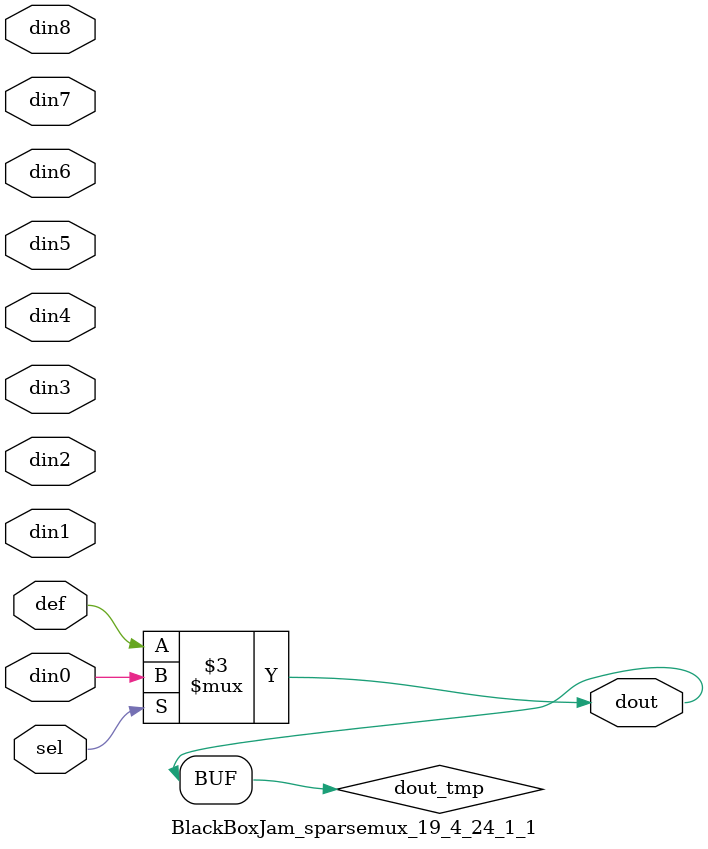
<source format=v>
`timescale 1ns / 1ps

module BlackBoxJam_sparsemux_19_4_24_1_1 (din0,din1,din2,din3,din4,din5,din6,din7,din8,def,sel,dout);

parameter din0_WIDTH = 1;

parameter din1_WIDTH = 1;

parameter din2_WIDTH = 1;

parameter din3_WIDTH = 1;

parameter din4_WIDTH = 1;

parameter din5_WIDTH = 1;

parameter din6_WIDTH = 1;

parameter din7_WIDTH = 1;

parameter din8_WIDTH = 1;

parameter def_WIDTH = 1;
parameter sel_WIDTH = 1;
parameter dout_WIDTH = 1;

parameter [sel_WIDTH-1:0] CASE0 = 1;

parameter [sel_WIDTH-1:0] CASE1 = 1;

parameter [sel_WIDTH-1:0] CASE2 = 1;

parameter [sel_WIDTH-1:0] CASE3 = 1;

parameter [sel_WIDTH-1:0] CASE4 = 1;

parameter [sel_WIDTH-1:0] CASE5 = 1;

parameter [sel_WIDTH-1:0] CASE6 = 1;

parameter [sel_WIDTH-1:0] CASE7 = 1;

parameter [sel_WIDTH-1:0] CASE8 = 1;

parameter ID = 1;
parameter NUM_STAGE = 1;



input [din0_WIDTH-1:0] din0;

input [din1_WIDTH-1:0] din1;

input [din2_WIDTH-1:0] din2;

input [din3_WIDTH-1:0] din3;

input [din4_WIDTH-1:0] din4;

input [din5_WIDTH-1:0] din5;

input [din6_WIDTH-1:0] din6;

input [din7_WIDTH-1:0] din7;

input [din8_WIDTH-1:0] din8;

input [def_WIDTH-1:0] def;
input [sel_WIDTH-1:0] sel;

output [dout_WIDTH-1:0] dout;



reg [dout_WIDTH-1:0] dout_tmp;

always @ (*) begin
case (sel)
    
    CASE0 : dout_tmp = din0;
    
    CASE1 : dout_tmp = din1;
    
    CASE2 : dout_tmp = din2;
    
    CASE3 : dout_tmp = din3;
    
    CASE4 : dout_tmp = din4;
    
    CASE5 : dout_tmp = din5;
    
    CASE6 : dout_tmp = din6;
    
    CASE7 : dout_tmp = din7;
    
    CASE8 : dout_tmp = din8;
    
    default : dout_tmp = def;
endcase
end


assign dout = dout_tmp;



endmodule

</source>
